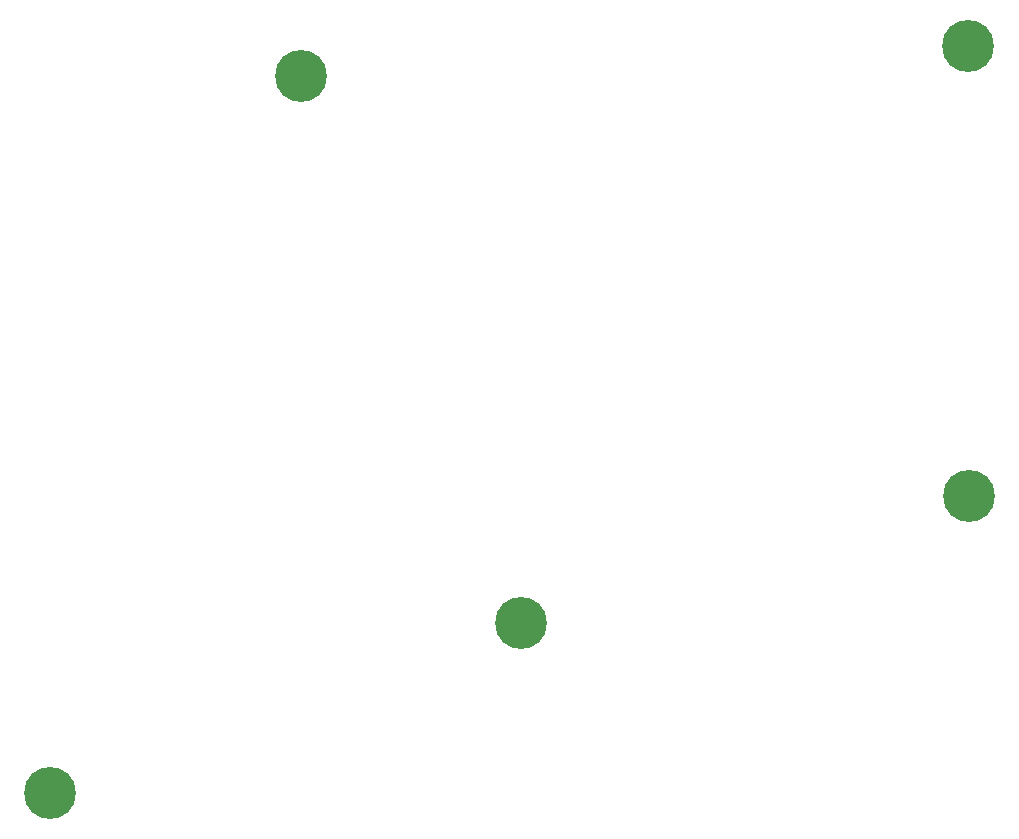
<source format=gts>
G04 #@! TF.GenerationSoftware,KiCad,Pcbnew,5.1.8*
G04 #@! TF.CreationDate,2020-12-01T11:37:34+01:00*
G04 #@! TF.ProjectId,puggle-plate-top,70756767-6c65-42d7-906c-6174652d746f,rev?*
G04 #@! TF.SameCoordinates,Original*
G04 #@! TF.FileFunction,Soldermask,Top*
G04 #@! TF.FilePolarity,Negative*
%FSLAX46Y46*%
G04 Gerber Fmt 4.6, Leading zero omitted, Abs format (unit mm)*
G04 Created by KiCad (PCBNEW 5.1.8) date 2020-12-01 11:37:34*
%MOMM*%
%LPD*%
G01*
G04 APERTURE LIST*
%ADD10C,4.400000*%
G04 APERTURE END LIST*
D10*
X147835997Y-105917220D03*
X107950000Y-120284240D03*
X185707280Y-95123000D03*
X185674000Y-57023000D03*
X129146562Y-59578774D03*
M02*

</source>
